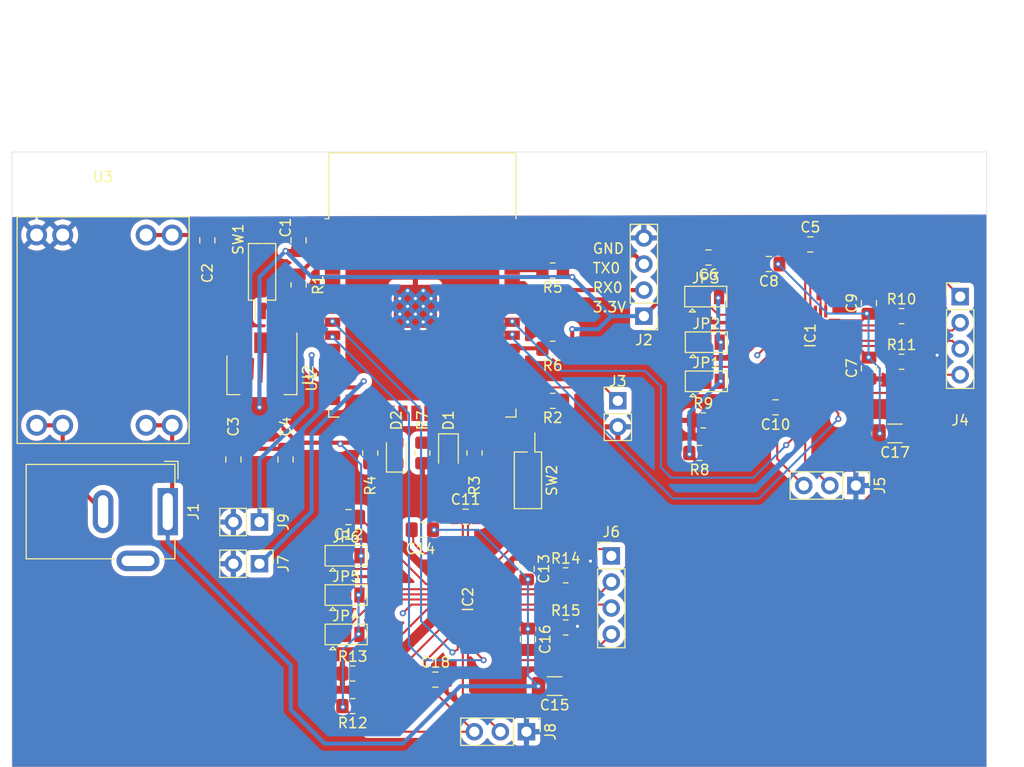
<source format=kicad_pcb>
(kicad_pcb (version 20221018) (generator pcbnew)
  (layers (0 "F.Cu" signal) (31 "B.Cu" signal) (34 "B.Paste" user) (35 "F.Paste" user) (36 "B.SilkS" user "B.Silkscreen") (37 "F.SilkS" user "F.Silkscreen") (38 "B.Mask" user) (39 "F.Mask" user) (44 "Edge.Cuts" user))
  (net 0 "")
  (net 1 "+3.3V")
  (net 2 "GND")
  (net 3 "VDD")
  (net 4 "Net-(D1-K)")
  (net 5 "GPIO2")
  (net 6 "Net-(D2-A)")
  (net 7 "RX0")
  (net 8 "TX0")
  (net 9 "Net-(IC2-CP2)")
  (net 10 "GPIO0")
  (net 11 "GPIO5")
  (net 12 "Net-(IC2-CP1)")
  (net 13 "Net-(IC2-VREG)")
  (net 14 "Net-(IC2-VCP)")
  (net 15 "MS1_1")
  (net 16 "A4")
  (net 17 "A5")
  (net 18 "A8")
  (net 19 "A9")
  (net 20 "GPIO27")
  (net 21 "GPIO14")
  (net 22 "GPIO12")
  (net 23 "GPIO13")
  (net 30 "GPIO15")
  (net 31 "GPIO4")
  (net 32 "RX2")
  (net 33 "TX2")
  (net 34 "GPIO18")
  (net 35 "GPIO19")
  (net 37 "GPIO21")
  (net 38 "GPIO22")
  (net 39 "GPIO23")
  (net 40 "Net-(IC1-OUT2B)")
  (net 41 "Net-(IC1-CP1)")
  (net 42 "Net-(IC1-CP2)")
  (net 43 "Net-(IC1-VCP)")
  (net 45 "Net-(IC1-VREG)")
  (net 46 "MS2_1")
  (net 47 "MS3_1")
  (net 48 "Net-(IC2-OUT2B)")
  (net 49 "!RESET")
  (net 50 "Net-(IC1-ROSC)")
  (net 51 "!SLEEP")
  (net 52 "REF1")
  (net 54 "Net-(IC1-OUT1B)")
  (net 55 "Vmot")
  (net 56 "Net-(IC1-SENSE1)")
  (net 57 "Net-(IC1-OUT1A)")
  (net 59 "Net-(IC1-OUT2A)")
  (net 60 "Net-(IC1-SENSE2)")
  (net 63 "Net-(IC2-ROSC)")
  (net 65 "Net-(IC2-OUT1B)")
  (net 66 "Net-(IC2-SENSE1)")
  (net 67 "Net-(IC2-OUT1A)")
  (net 69 "Net-(IC2-OUT2A)")
  (net 70 "Net-(IC2-SENSE2)")
  (net 72 "Net-(J1-Pad2)")
  (net 73 "REF2")
  (net 74 "/ESP32/EN")
  (net 79 "MS1_2")
  (net 80 "MS2_2")
  (net 81 "MS3_2")
  (footprint "Resistor_SMD:R_0805_2012Metric_Pad1.20x1.40mm_HandSolder" (layer "F.Cu") (at 139.065 87.493)
    (fp_text reference "R14")
    (fp_text value "50m")
  )
  (footprint "Resistor_SMD:R_0805_2012Metric_Pad1.20x1.40mm_HandSolder" (layer "F.Cu") (at 139.065 92.573)
    (fp_text reference "R15")
    (fp_text value "50m")
  )
  (footprint "Capacitor_SMD:C_0805_2012Metric_Pad1.18x1.45mm_HandSolder" (layer "F.Cu") (at 126.365 97.653)
    (fp_text reference "C18")
    (fp_text value "0.22uF")
  )
  (footprint "RF_Module:ESP32-WROOM-32" (layer "F.Cu") (at 125.095 62.185)
    (fp_text reference "U1")
    (fp_text value "ESP32-WROOM-32")
  )
  (footprint "Jumper:SolderJumper-3_P1.3mm_Open_Pad1.0x1.5mm" (layer "F.Cu") (at 152.7725 64.77)
    (fp_text reference "JP2")
    (fp_text value "MS2y")
  )
  (footprint "Resistor_SMD:R_0805_2012Metric_Pad1.20x1.40mm_HandSolder" (layer "F.Cu") (at 118.3 100.233 180)
    (fp_text reference "R12")
    (fp_text value "100K")
  )
  (footprint "Capacitor_SMD:C_0805_2012Metric_Pad1.18x1.45mm_HandSolder" (layer "F.Cu") (at 104.14 54.8425 90)
    (fp_text reference "C2")
    (fp_text value "10uF")
  )
  (footprint "Capacitor_SMD:C_0805_2012Metric_Pad1.18x1.45mm_HandSolder" (layer "F.Cu") (at 125.095 83.048 180)
    (fp_text reference "C14")
    (fp_text value "0.1 uF")
  )
  (footprint "Connector_PinHeader_2.54mm:PinHeader_1x03_P2.54mm_Vertical" (layer "F.Cu") (at 135.24 102.733 -90)
    (fp_text reference "J8")
    (fp_text value "POTx")
  )
  (footprint "Jumper:SolderJumper-3_P1.3mm_Open_Pad1.0x1.5mm" (layer "F.Cu") (at 117.665 85.578)
    (fp_text reference "JP6")
    (fp_text value "MS1x")
  )
  (footprint "Package_TO_SOT_SMD:SOT-223-3_TabPin2" (layer "F.Cu") (at 109.46 67.97 -90)
    (fp_text reference "U2")
    (fp_text value "AMS1117-3.3")
  )
  (footprint "Library:U1584" (layer "F.Cu") (at 94.107 52.546)
    (fp_text reference "U3")
    (fp_text value "MP1584")
  )
  (footprint "Button_Switch_SMD:SW_DIP_SPSTx01_Slide_Copal_CHS-01B_W7.62mm_P1.27mm" (layer "F.Cu") (at 135.382 78.232 -90)
    (fp_text reference "SW2")
    (fp_text value "FLASH")
  )
  (footprint "Capacitor_SMD:C_0805_2012Metric_Pad1.18x1.45mm_HandSolder" (layer "F.Cu") (at 168.6175 60.96 90)
    (fp_text reference "C9")
    (fp_text value "100nF")
  )
  (footprint "Resistor_SMD:R_0805_2012Metric_Pad1.20x1.40mm_HandSolder" (layer "F.Cu") (at 113.03 59.182 90)
    (fp_text reference "R1")
    (fp_text value "10K")
  )
  (footprint "Jumper:SolderJumper-3_P1.3mm_Open_Pad1.0x1.5mm" (layer "F.Cu") (at 117.665 89.413)
    (fp_text reference "JP5")
    (fp_text value "MS2x")
  )
  (footprint "Connector_PinHeader_2.54mm:PinHeader_1x04_P2.54mm_Vertical" (layer "F.Cu") (at 146.685 62.23 180)
    (fp_text reference "J2")
    (fp_text value "Conn_01x04_Pin")
  )
  (footprint "Jumper:SolderJumper-3_P1.3mm_Open_Pad1.0x1.5mm" (layer "F.Cu") (at 152.7725 68.58)
    (fp_text reference "JP1")
    (fp_text value "MS3y")
  )
  (footprint "Jumper:SolderJumper-3_P1.3mm_Open_Pad1.0x1.5mm" (layer "F.Cu") (at 117.665 93.248)
    (fp_text reference "JP4")
    (fp_text value "MS3x")
  )
  (footprint "Resistor_SMD:R_0805_2012Metric_Pad1.20x1.40mm_HandSolder" (layer "F.Cu") (at 171.7925 66.675)
    (fp_text reference "R11")
    (fp_text value "50m")
  )
  (footprint "Button_Switch_SMD:SW_DIP_SPSTx01_Slide_Copal_CHS-01B_W7.62mm_P1.27mm" (layer "F.Cu") (at 109.474 57.912 90)
    (fp_text reference "SW1")
    (fp_text value "EN")
  )
  (footprint "Resistor_SMD:R_0805_2012Metric_Pad1.20x1.40mm_HandSolder" (layer "F.Cu") (at 137.795 70.485 180)
    (fp_text reference "R2")
    (fp_text value "10K")
  )
  (footprint "Resistor_SMD:R_0805_2012Metric_Pad1.20x1.40mm_HandSolder" (layer "F.Cu") (at 137.795 57.785 180)
    (fp_text reference "R5")
    (fp_text value "10K")
  )
  (footprint "Resistor_SMD:R_0805_2012Metric_Pad1.20x1.40mm_HandSolder" (layer "F.Cu") (at 171.7925 62.23)
    (fp_text reference "R10")
    (fp_text value "50m")
  )
  (footprint "Connector_PinHeader_2.54mm:PinHeader_1x02_P2.54mm_Vertical" (layer "F.Cu") (at 109.22 86.36 -90)
    (fp_text reference "J7")
    (fp_text value "Switchx")
  )
  (footprint "Resistor_SMD:R_0805_2012Metric_Pad1.20x1.40mm_HandSolder" (layer "F.Cu") (at 152.1075 75.565 180)
    (fp_text reference "R8")
    (fp_text value "100K")
  )
  (footprint "Capacitor_SMD:C_0805_2012Metric_Pad1.18x1.45mm_HandSolder" (layer "F.Cu") (at 159.515 71.12 180)
    (fp_text reference "C10")
    (fp_text value "0.22uF")
  )
  (footprint "Resistor_SMD:R_0805_2012Metric_Pad1.20x1.40mm_HandSolder" (layer "F.Cu") (at 130.175 75.565 90)
    (fp_text reference "R3")
    (fp_text value "10K")
  )
  (footprint "Connector_PinHeader_2.54mm:PinHeader_1x04_P2.54mm_Vertical" (layer "F.Cu") (at 143.51 85.598)
    (fp_text reference "J6")
    (fp_text value "Conn_01x04_Pin")
  )
  (footprint "Resistor_SMD:R_0805_2012Metric_Pad1.20x1.40mm_HandSolder" (layer "F.Cu") (at 137.795 65.405 180)
    (fp_text reference "R6")
    (fp_text value "10K")
  )
  (footprint "Connector_PinHeader_2.54mm:PinHeader_1x02_P2.54mm_Vertical" (layer "F.Cu") (at 144.145 70.48)
    (fp_text reference "J3")
    (fp_text value "Switchy")
  )
  (footprint "Jumper:SolderJumper-3_P1.3mm_Open_Pad1.0x1.5mm" (layer "F.Cu") (at 152.7125 60.325)
    (fp_text reference "JP3")
    (fp_text value "MS1y")
  )
  (footprint "Capacitor_SMD:C_0805_2012Metric_Pad1.18x1.45mm_HandSolder" (layer "F.Cu") (at 129.3075 81.778)
    (fp_text reference "C11")
    (fp_text value "0.1u")
  )
  (footprint "Capacitor_SMD:C_0805_2012Metric_Pad1.18x1.45mm_HandSolder" (layer "F.Cu") (at 117.8925 81.818 180)
    (fp_text reference "C12")
    (fp_text value "0.22uF")
  )
  (footprint "Capacitor_SMD:C_0805_2012Metric_Pad1.18x1.45mm_HandSolder" (layer "F.Cu") (at 135.382 93.726 -90)
    (fp_text reference "C16")
    (fp_text value "100nF")
  )
  (footprint "Resistor_SMD:R_0805_2012Metric_Pad1.20x1.40mm_HandSolder" (layer "F.Cu") (at 125.095 75.565 -90)
    (fp_text reference "R7")
    (fp_text value "1K")
  )
  (footprint "Capacitor_SMD:C_0805_2012Metric_Pad1.18x1.45mm_HandSolder" (layer "F.Cu") (at 113.03 54.8425 90)
    (fp_text reference "C1")
    (fp_text value "100uF/6.3V")
  )
  (footprint "Resistor_SMD:R_0805_2012Metric_Pad1.20x1.40mm_HandSolder" (layer "F.Cu") (at 120.015 75.565 -90)
    (fp_text reference "R4")
    (fp_text value "1K")
  )
  (footprint "A4988:QFN50P500X500X100-29N" (layer "F.Cu") (at 162.9025 64.135 -90)
    (fp_text reference "IC1")
    (fp_text value "A4988SETTR-T")
  )
  (footprint "Capacitor_SMD:C_1206_3216Metric_Pad1.33x1.80mm_HandSolder" (layer "F.Cu") (at 171.1575 73.66 180)
    (fp_text reference "C17")
    (fp_text value "4.7uF")
  )
  (footprint "Connector_PinHeader_2.54mm:PinHeader_1x02_P2.54mm_Vertical" (layer "F.Cu") (at 109.22 82.296 -90)
    (fp_text reference "J9")
    (fp_text value "Switch_einde")
  )
  (footprint "A4988:QFN50P500X500X100-29N" (layer "F.Cu") (at 129.54 89.843 -90)
    (fp_text reference "IC2")
    (fp_text value "A4988SETTR-T")
  )
  (footprint "Connector_PinHeader_2.54mm:PinHeader_1x03_P2.54mm_Vertical" (layer "F.Cu") (at 167.3475 78.74 -90)
    (fp_text reference "J5")
    (fp_text value "POTy")
  )
  (footprint "Resistor_SMD:R_0805_2012Metric_Pad1.20x1.40mm_HandSolder" (layer "F.Cu") (at 118.3 97.058)
    (fp_text reference "R13")
    (fp_text value "25K")
  )
  (footprint "Capacitor_SMD:C_0805_2012Metric_Pad1.18x1.45mm_HandSolder" (layer "F.Cu") (at 158.86 57.15 180)
    (fp_text reference "C8")
    (fp_text value "0.1 uF")
  )
  (footprint "Capacitor_SMD:C_0805_2012Metric_Pad1.18x1.45mm_HandSolder" (layer "F.Cu") (at 152.975 56.515 180)
    (fp_text reference "C6")
    (fp_text value "0.22uF")
  )
  (footprint "Capacitor_SMD:C_0805_2012Metric_Pad1.18x1.45mm_HandSolder" (layer "F.Cu") (at 168.6175 67.31 90)
    (fp_text reference "C7")
    (fp_text value "100nF")
  )
  (footprint "LED_SMD:LED_0805_2012Metric_Pad1.15x1.40mm_HandSolder" (layer "F.Cu") (at 122.555 75.565 90)
    (fp_text reference "D2")
    (fp_text value "PWR")
  )
  (footprint "Capacitor_SMD:C_0805_2012Metric_Pad1.18x1.45mm_HandSolder" (layer "F.Cu") (at 162.9025 55.245)
    (fp_text reference "C5")
    (fp_text value "0.1u")
  )
  (footprint "Capacitor_SMD:C_1206_3216Metric_Pad1.33x1.80mm_HandSolder" (layer "F.Cu") (at 137.985 98.288 180)
    (fp_text reference "C15")
    (fp_text value "4.7uF")
  )
  (footprint "Connector_BarrelJack:BarrelJack_GCT_DCJ200-10-A_Horizontal" (layer "F.Cu") (at 100.28 81.28 -90)
    (fp_text reference "J1")
    (fp_text value "Barrel_Jack")
  )
  (footprint "Capacitor_SMD:C_0805_2012Metric_Pad1.18x1.45mm_HandSolder" (layer "F.Cu") (at 111.76 76.2 -90)
    (fp_text reference "C4")
    (fp_text value "10uF")
  )
  (footprint "Capacitor_SMD:C_0805_2012Metric_Pad1.18x1.45mm_HandSolder" (layer "F.Cu") (at 135.255 86.858 -90)
    (fp_text reference "C13")
    (fp_text value "100nF")
  )
  (footprint "LED_SMD:LED_0805_2012Metric_Pad1.15x1.40mm_HandSolder" (layer "F.Cu") (at 127.635 75.565 -90)
    (fp_text reference "D1")
    (fp_text value "BLUE")
  )
  (footprint "Connector_PinHeader_2.54mm:PinHeader_1x04_P2.54mm_Vertical" (layer "F.Cu") (at 177.5075 60.325)
    (fp_text reference "J4")
    (fp_text value "Conn_01x04_Pin")
  )
  (footprint "Resistor_SMD:R_0805_2012Metric_Pad1.20x1.40mm_HandSolder" (layer "F.Cu") (at 152.4725 72.39)
    (fp_text reference "R9")
    (fp_text value "25K")
  )
  (footprint "Capacitor_SMD:C_0805_2012Metric_Pad1.18x1.45mm_HandSolder" (layer "F.Cu") (at 106.68 76.2 90)
    (fp_text reference "C3")
    (fp_text value "100nF")
  )
  (gr_rect (start 85.09 46.228) (end 180.086 106.172) (stroke (width 0.05)) (fill none) (layer "Edge.Cuts"))
  (gr_text "TX0" (at 141.605 58.135) (layer "F.SilkS") (effects (font (size 1 1)) (justify left bottom)))
  (gr_text "GND" (at 141.605 56.23) (layer "F.SilkS") (effects (font (size 1 1)) (justify left bottom)))
  (gr_text "RX0" (at 141.605 60.04) (layer "F.SilkS") (effects (font (size 1 1)) (justify left bottom)))
  (gr_text "3.3V" (at 141.605 61.945) (layer "F.SilkS") (effects (font (size 1 1)) (justify left bottom)))
  (segment (start 117.094 74.676) (end 116.983 74.565) (width 0.4) (layer "F.Cu") (net 1))
  (segment (start 109.46 64.57) (end 113.03 61) (width 0.4) (layer "F.Cu") (net 1))
  (segment (start 109.46 71.12) (end 112.905 74.565) (width 0.4) (layer "F.Cu") (net 1))
  (segment (start 128.04 93.194) (end 128.04 92.193) (width 0.2) (layer "F.Cu") (net 1))
  (segment (start 153.924 60.452) (end 153.924 60.4135) (width 0.4) (layer "F.Cu") (net 1))
  (segment (start 152.103 76.665) (end 155.0075 76.665) (width 0.4) (layer "F.Cu") (net 1))
  (segment (start 151.13 75.692) (end 152.103 76.665) (width 0.4) (layer "F.Cu") (net 1))
  (segment (start 139.43 58.42) (end 138.795 57.785) (width 0.4) (layer "F.Cu") (net 1))
  (segment (start 117.205 74.565) (end 117.094 74.676) (width 0.4) (layer "F.Cu") (net 1))
  (segment (start 120.015 74.565) (end 117.205 74.565) (width 0.4) (layer "F.Cu") (net 1))
  (segment (start 111.76 55.88) (end 113.03 55.88) (width 0.4) (layer "F.Cu") (net 1))
  (segment (start 113.705 55.205) (end 116.345 55.205) (width 0.4) (layer "F.Cu") (net 1))
  (segment (start 119.8 102.733) (end 130.16 102.733) (width 0.2) (layer "F.Cu") (net 1))
  (segment (start 112.3575 74.565) (end 111.76 75.1625) (width 0.4) (layer "F.Cu") (net 1))
  (segment (start 149.74 59.175) (end 153.409 59.175) (width 0.4) (layer "F.Cu") (net 1))
  (segment (start 113.03 61) (end 113.03 60.182) (width 0.4) (layer "F.Cu") (net 1))
  (segment (start 159.6775 76.15) (end 162.2675 78.74) (width 0.2) (layer "F.Cu") (net 1))
  (segment (start 159.6775 71.995) (end 159.6775 76.15) (width 0.2) (layer "F.Cu") (net 1))
  (segment (start 117.3 100.233) (end 119.8 102.733) (width 0.2) (layer "F.Cu") (net 1))
  (segment (start 109.46 64.82) (end 109.316762 68.58) (width 0.4) (layer "F.Cu") (net 1))
  (segment (start 109.22 71.12) (end 109.22 68.676762) (width 0.4) (layer "F.Cu") (net 1))
  (segment (start 112.905 74.565) (end 114.3 74.565) (width 0.4) (layer "F.Cu") (net 1))
  (segment (start 114.3 74.565) (end 112.3575 74.565) (width 0.4) (layer "F.Cu") (net 1))
  (segment (start 139.7 63.5) (end 139.7 64.5) (width 0.4) (layer "F.Cu") (net 1))
  (segment (start 109.46 64.82) (end 109.46 64.57) (width 0.4) (layer "F.Cu") (net 1))
  (segment (start 153.924 59.69) (end 153.924 60.452) (width 0.4) (layer "F.Cu") (net 1))
  (segment (start 109.22 68.676762) (end 109.316762 68.58) (width 0.4) (layer "F.Cu") (net 1))
  (segment (start 125.3275 97.653) (end 125.3275 97.9005) (width 0.2) (layer "F.Cu") (net 1))
  (segment (start 146.685 62.23) (end 149.74 59.175) (width 0.4) (layer "F.Cu") (net 1))
  (segment (start 160.5525 71.12) (end 159.6775 71.995) (width 0.2) (layer "F.Cu") (net 1))
  (segment (start 109.22 71.12) (end 109.46 71.12) (width 0.4) (layer "F.Cu") (net 1))
  (segment (start 139.7 64.5) (end 138.795 65.405) (width 0.4) (layer "F.Cu") (net 1))
  (segment (start 155.0075 76.665) (end 160.5525 71.12) (width 0.4) (layer "F.Cu") (net 1))
  (segment (start 111.76 75.1625) (end 106.68 75.1625) (width 0.4) (layer "F.Cu") (net 1))
  (segment (start 125.3275 97.653) (end 125.3275 95.9065) (width 0.2) (layer "F.Cu") (net 1))
  (segment (start 153.409 59.175) (end 153.924 59.69) (width 0.4) (layer "F.Cu") (net 1))
  (segment (start 139.7 58.42) (end 139.43 58.42) (width 0.4) (layer "F.Cu") (net 1))
  (segment (start 125.3275 97.9005) (end 130.16 102.733) (width 0.2) (layer "F.Cu") (net 1))
  (segment (start 125.3275 95.9065) (end 128.04 93.194) (width 0.2) (layer "F.Cu") (net 1))
  (segment (start 113.03 55.88) (end 113.705 55.205) (width 0.4) (layer "F.Cu") (net 1))
  (segment (start 160.5525 67.335) (end 160.5525 71.12) (width 0.2) (layer "F.Cu") (net 1))
  (segment (start 161.4025 66.485) (end 160.5525 67.335) (width 0.2) (layer "F.Cu") (net 1))
  (segment (start 116.983 74.565) (end 114.3 74.565) (width 0.4) (layer "F.Cu") (net 1))
  (segment (start 153.924 60.4135) (end 154.0125 60.325) (width 0.4) (layer "F.Cu") (net 1))
  (via (at 117.094 74.676) (size 0.6) (drill 0.3) (layers "F.Cu" "B.Cu") (net 1))
  (via (at 151.13 75.692) (size 0.6) (drill 0.3) (layers "F.Cu" "B.Cu") (net 1))
  (via (at 118.872 89.408) (size 0.6) (drill 0.3) (layers "F.Cu" "B.Cu") (net 1))
  (via (at 153.924 60.452) (size 0.6) (drill 0.3) (layers "F.Cu" "B.Cu") (net 1))
  (via (at 139.7 63.5) (size 0.6) (drill 0.3) (layers "F.Cu" "B.Cu") (net 1))
  (via (at 117.348 100.33) (size 0.6) (drill 0.3) (layers "F.Cu" "B.Cu") (net 1))
  (via (at 118.872 93.218) (size 0.6) (drill 0.3) (layers "F.Cu" "B.Cu") (net 1))
  (via (at 154.178 68.58) (size 0.6) (drill 0.3) (layers "F.Cu" "B.Cu") (net 1))
  (via (at 119.126 85.598) (size 0.6) (drill 0.3) (layers "F.Cu" "B.Cu") (net 1))
  (via (at 139.7 58.42) (size 0.6) (drill 0.3) (layers "F.Cu" "B.Cu") (net 1))
  (via (at 109.22 71.12) (size 0.6) (drill 0.3) (layers "F.Cu" "B.Cu") (net 1))
  (via (at 111.76 55.88) (size 0.6) (drill 0.3) (layers "F.Cu" "B.Cu") (net 1))
  (via (at 154.178 64.77) (size 0.6) (drill 0.3) (layers "F.Cu" "B.Cu") (net 1))
  (segment (start 139.7 58.42) (end 143.51 62.23) (width 0.4) (layer "B.Cu") (net 1))
  (segment (start 143.51 62.23) (end 146.685 62.23) (width 0.4) (layer "B.Cu") (net 1))
  (segment (start 151.13 71.628) (end 151.13 75.692) (width 0.4) (layer "B.Cu") (net 1))
  (segment (start 153.924 60.452) (end 153.924 64.516) (width 0.4) (layer "B.Cu") (net 1))
  (segment (start 117.348 94.742) (end 117.348 100.33) (width 0.2) (layer "B.Cu") (net 1))
  (segment (start 142.24 63.5) (end 139.7 63.5) (width 0.4) (layer "B.Cu") (net 1))
  (segment (start 153.924 64.516) (end 154.178 64.77) (width 0.4) (layer "B.Cu") (net 1))
  (segment (start 119.126 89.154) (end 118.872 89.408) (width 0.2) (layer "B.Cu") (net 1))
  (segment (start 114.3 58.42) (end 111.76 55.88) (width 0.4) (layer "B.Cu") (net 1))
  (segment (start 143.51 62.23) (end 142.24 63.5) (width 0.4) (layer "B.Cu") (net 1))
  (segment (start 118.872 89.408) (end 118.872 93.218) (width 0.2) (layer "B.Cu") (net 1))
  (segment (start 111.76 55.88) (end 109.22 58.42) (width 0.4) (layer "B.Cu") (net 1))
  (segment (start 119.126 76.708) (end 117.094 74.676) (width 0.2) (layer "B.Cu") (net 1))
  (segment (start 139.7 58.42) (end 114.3 58.42) (width 0.4) (layer "B.Cu") (net 1))
  (segment (start 154.178 68.58) (end 151.13 71.628) (width 0.4) (layer "B.Cu") (net 1))
  (segment (start 119.126 85.598) (end 119.126 89.154) (width 0.2) (layer "B.Cu") (net 1))
  (segment (start 154.178 64.77) (end 154.178 68.58) (width 0.4) (layer "B.Cu") (net 1))
  (segment (start 119.126 85.598) (end 119.126 76.708) (width 0.2) (layer "B.Cu") (net 1))
  (segment (start 118.872 93.218) (end 117.348 94.742) (width 0.2) (layer "B.Cu") (net 1))
  (segment (start 109.22 58.42) (end 109.22 71.12) (width 0.4) (layer "B.Cu") (net 1))
  (segment (start 162.9025 69.3674) (end 162.9025 71.3101) (width 0.2) (layer "F.Cu") (net 2))
  (segment (start 163.9025 58.745) (end 165.6325 57.015) (width 0.2) (layer "F.Cu") (net 2))
  (segment (start 129.54 92.193) (end 129.54 97.282) (width 0.2) (layer "F.Cu") (net 2))
  (segment (start 162.9025 71.3101) (end 163.6776 72.0852) (width 0.2) (layer "F.Cu") (net 2))
  (segment (start 162.9025 66.485) (end 162.9025 69.3674) (width 0.2) (layer "F.Cu") (net 2))
  (segment (start 129.54 97.282) (end 130.048 97.79) (width 0.2) (layer "F.Cu") (net 2))
  (segment (start 130.04 86.622) (end 130.54 86.122) (width 0.2) (layer "F.Cu") (net 2))
  (segment (start 163.9025 61.785) (end 163.9025 58.745) (width 0.2) (layer "F.Cu") (net 2))
  (segment (start 130.54 86.122) (end 130.54 87.493) (width 0.2) (layer "F.Cu") (net 2))
  (segment (start 130.04 87.493) (end 130.04 86.622) (width 0.2) (layer "F.Cu") (net 2))
  (via (at 140.208 92.456) (size 0.6) (drill 0.3) (layers "F.Cu" "B.Cu") (net 2))
  (via (at 175.26 66.04) (size 0.6) (drill 0.3) (layers "F.Cu" "B.Cu") (net 2))
  (via (at 141.478 86.106) (size 0.6) (drill 0.3) (layers "F.Cu" "B.Cu") (net 2))
  (segment (start 104.14 55.88) (end 107.16 58.9) (width 0.4) (layer "F.Cu") (net 3))
  (segment (start 107.16 58.9) (end 107.16 64.82) (width 0.4) (layer "F.Cu") (net 3))
  (segment (start 100.711 54.324) (end 102.584 54.324) (width 0.4) (layer "F.Cu") (net 3))
  (segment (start 102.584 54.324) (end 104.14 55.88) (width 0.4) (layer "F.Cu") (net 3))
  (segment (start 98.171 54.324) (end 100.711 54.324) (width 0.4) (layer "F.Cu") (net 3))
  (segment (start 125.095 74.565) (end 127.61 74.565) (width 0.4) (layer "F.Cu") (net 4))
  (segment (start 127.61 74.565) (end 127.635 74.54) (width 0.4) (layer "F.Cu") (net 4))
  (segment (start 129.66 74.565) (end 127.635 76.59) (width 0.4) (layer "F.Cu") (net 5))
  (segment (start 130.815 73.925) (end 130.815 71.695) (width 0.4) (layer "F.Cu") (net 5))
  (segment (start 130.175 74.565) (end 130.815 73.925) (width 0.4) (layer "F.Cu") (net 5))
  (segment (start 130.175 74.565) (end 129.66 74.565) (width 0.4) (layer "F.Cu") (net 5))
  (segment (start 122.04 74.54) (end 120.015 76.565) (width 0.4) (layer "F.Cu") (net 6))
  (segment (start 122.555 74.54) (end 122.04 74.54) (width 0.4) (layer "F.Cu") (net 6))
  (segment (start 135.67 59.69) (end 134.995 59.015) (width 0.4) (layer "F.Cu") (net 7))
  (segment (start 146.685 59.69) (end 135.67 59.69) (width 0.4) (layer "F.Cu") (net 7))
  (segment (start 134.995 59.015) (end 133.845 59.015) (width 0.4) (layer "F.Cu") (net 7))
  (segment (start 133.845 57.745) (end 136.755 57.745) (width 0.4) (layer "F.Cu") (net 8))
  (segment (start 145.835 56.3) (end 146.685 57.15) (width 0.4) (layer "F.Cu") (net 8))
  (segment (start 136.755 57.745) (end 136.795 57.785) (width 0.4) (layer "F.Cu") (net 8))
  (segment (start 138.28 56.3) (end 145.835 56.3) (width 0.4) (layer "F.Cu") (net 8))
  (segment (start 136.795 57.785) (end 138.28 56.3) (width 0.4) (layer "F.Cu") (net 8))
  (segment (start 129.04 87.493) (end 129.04 82.548) (width 0.2) (layer "F.Cu") (net 9))
  (segment (start 129.04 82.548) (end 128.27 81.778) (width 0.2) (layer "F.Cu") (net 9))
  (segment (start 135.382 71.982) (end 133.845 70.445) (width 0.2) (layer "F.Cu") (net 10))
  (segment (start 134.885 71.485) (end 135.795 71.485) (width 0.2) (layer "F.Cu") (net 10))
  (segment (start 133.845 70.445) (end 134.885 71.485) (width 0.2) (layer "F.Cu") (net 10))
  (segment (start 135.795 71.485) (end 136.795 70.485) (width 0.2) (layer "F.Cu") (net 10))
  (segment (start 135.382 74.422) (end 135.382 71.982) (width 0.2) (layer "F.Cu") (net 10))
  (segment (start 133.845 65.365) (end 136.755 65.365) (width 0.4) (layer "F.Cu") (net 11))
  (segment (start 136.755 65.365) (end 136.795 65.405) (width 0.4) (layer "F.Cu") (net 11))
  (segment (start 129.54 87.493) (end 129.54 82.583) (width 0.2) (layer "F.Cu") (net 12))
  (segment (start 129.54 82.583) (end 130.345 81.778) (width 0.2) (layer "F.Cu") (net 12))
  (segment (start 125.455 88.343) (end 118.93 81.818) (width 0.2) (layer "F.Cu") (net 13))
  (segment (start 127.19 88.343) (end 125.455 88.343) (width 0.2) (layer "F.Cu") (net 13))
  (segment (start 128.54 87.493) (end 128.54 86.668) (width 0.2) (layer "F.Cu") (net 14))
  (segment (start 124.206 83.1965) (end 124.0575 83.048) (width 0.2) (layer "F.Cu") (net 14))
  (segment (start 128.54 86.668) (end 127.216 85.344) (width 0.2) (layer "F.Cu") (net 14))
  (segment (start 127.216 85.344) (end 125.222 85.344) (width 0.2) (layer "F.Cu") (net 14))
  (segment (start 125.222 85.344) (end 124.206 84.328) (width 0.2) (layer "F.Cu") (net 14))
  (segment (start 124.206 84.328) (end 124.206 83.1965) (width 0.2) (layer "F.Cu") (net 14))
  (segment (start 158.0125 62.095) (end 153.9325 62.095) (width 0.2) (layer "F.Cu") (net 15))
  (segment (start 160.5525 63.135) (end 159.0525 63.135) (width 0.2) (layer "F.Cu") (net 15))
  (segment (start 159.0525 63.135) (end 158.0125 62.095) (width 0.2) (layer "F.Cu") (net 15))
  (segment (start 153.9325 62.095) (end 152.7125 60.875) (width 0.2) (layer "F.Cu") (net 15))
  (segment (start 152.7125 60.875) (end 152.7125 60.325) (width 0.2) (layer "F.Cu") (net 15))
  (segment (start 128.54 92.193) (end 128.54 94.726) (width 0.2) (layer "F.Cu") (net 16))
  (segment (start 128.54 94.726) (end 128.016 94.996) (width 0.2) (layer "F.Cu") (net 16))
  (via (at 116.332 62.738) (size 0.6) (drill 0.3) (layers "F.Cu" "B.Cu") (net 16))
  (via (at 128.016 94.996) (size 0.6) (drill 0.3) (layers "F.Cu" "B.Cu") (net 16))
  (segment (start 124.968 71.374) (end 116.332 62.738) (width 0.2) (layer "B.Cu") (net 16))
  (segment (start 124.968 91.948) (end 124.968 71.374) (width 0.2) (layer "B.Cu") (net 16))
  (segment (start 128.016 94.996) (end 124.968 91.948) (width 0.2) (layer "B.Cu") (net 16))
  (segment (start 130.04 92.193) (end 130.04 94.734) (width 0.2) (layer "F.Cu") (net 17))
  (segment (start 130.04 94.734) (end 131.064 95.758) (width 0.2) (layer "F.Cu") (net 17))
  (via (at 116.332 64.262) (size 0.6) (drill 0.3) (layers "F.Cu" "B.Cu") (net 17))
  (via (at 131.064 95.758) (size 0.6) (drill 0.3) (layers "F.Cu" "B.Cu") (net 17))
  (segment (start 125.222 95.758) (end 123.79 94.326) (width 0.2) (layer "B.Cu") (net 17))
  (segment (start 123.79 94.326) (end 123.79 71.72) (width 0.2) (layer "B.Cu") (net 17))
  (segment (start 131.064 95.758) (end 125.222 95.758) (width 0.2) (layer "B.Cu") (net 17))
  (segment (start 123.79 71.72) (end 116.332 64.262) (width 0.2) (layer "B.Cu") (net 17))
  (segment (start 114.3 67.23) (end 114.3 66.04) (width 0.4) (layer "F.Cu") (net 20))
  (segment (start 114.975 67.905) (end 114.3 67.23) (width 0.4) (layer "F.Cu") (net 20))
  (segment (start 116.345 67.905) (end 114.975 67.905) (width 0.4) (layer "F.Cu") (net 20))
  (via (at 114.3 66.04) (size 0.6) (drill 0.3) (layers "F.Cu" "B.Cu") (net 20))
  (segment (start 114.3 66.04) (end 114.3 71.12) (width 0.4) (layer "B.Cu") (net 20))
  (segment (start 114.3 71.12) (end 109.22 76.2) (width 0.4) (layer "B.Cu") (net 20))
  (segment (start 109.22 76.2) (end 109.22 82.296) (width 0.4) (layer "B.Cu") (net 20))
  (segment (start 116.345 69.175) (end 118.785 69.175) (width 0.4) (layer "F.Cu") (net 21))
  (segment (start 118.785 69.175) (end 119.38 68.58) (width 0.4) (layer "F.Cu") (net 21))
  (via (at 119.38 68.58) (size 0.6) (drill 0.3) (layers "F.Cu" "B.Cu") (net 21))
  (segment (start 114.3 81.28) (end 109.22 86.36) (width 0.4) (layer "B.Cu") (net 21))
  (segment (start 119.38 68.58) (end 114.3 73.66) (width 0.4) (layer "B.Cu") (net 21))
  (segment (start 114.3 73.66) (end 114.3 81.28) (width 0.4) (layer "B.Cu") (net 21))
  (segment (start 142.84 69.175) (end 144.145 70.48) (width 0.2) (layer "F.Cu") (net 31))
  (segment (start 133.845 69.175) (end 142.84 69.175) (width 0.2) (layer "F.Cu") (net 31))
  (segment (start 163.4025 66.485) (end 163.4025 69.459314) (width 0.2) (layer "F.Cu") (net 34))
  (segment (start 163.4025 69.459314) (end 165.6325 71.689314) (width 0.2) (layer "F.Cu") (net 34))
  (segment (start 165.6325 71.689314) (end 165.6325 72.255) (width 0.2) (layer "F.Cu") (net 34))
  (via (at 133.858 64.008) (size 0.6) (drill 0.3) (layers "F.Cu" "B.Cu") (net 34))
  (via (at 165.6325 72.255) (size 0.6) (drill 0.3) (layers "F.Cu" "B.Cu") (net 34))
  (segment (start 133.858 64.359346) (end 133.858 64.008) (width 0.2) (layer "B.Cu") (net 34))
  (segment (start 157.8775 80.01) (end 149.508654 80.01) (width 0.2) (layer "B.Cu") (net 34))
  (segment (start 165.6325 72.255) (end 157.8775 80.01) (width 0.2) (layer "B.Cu") (net 34))
  (segment (start 149.508654 80.01) (end 133.858 64.359346) (width 0.2) (layer "B.Cu") (net 34))
  (segment (start 161.9025 73.445) (end 160.5525 74.795) (width 0.2) (layer "F.Cu") (net 35))
  (segment (start 161.9025 66.485) (end 161.9025 73.445) (width 0.2) (layer "F.Cu") (net 35))
  (via (at 133.858 62.738) (size 0.6) (drill 0.3) (layers "F.Cu" "B.Cu") (net 35))
  (via (at 160.5525 74.795) (size 0.6) (drill 0.3) (layers "F.Cu" "B.Cu") (net 35))
  (segment (start 146.812 67.564) (end 148.336 69.088) (width 0.2) (layer "B.Cu") (net 35))
  (segment (start 148.336 69.088) (end 148.336 76.962) (width 0.2) (layer "B.Cu") (net 35))
  (segment (start 149.352 77.978) (end 157.3695 77.978) (width 0.2) (layer "B.Cu") (net 35))
  (segment (start 157.3695 77.978) (end 160.5525 74.795) (width 0.2) (layer "B.Cu") (net 35))
  (segment (start 148.336 76.962) (end 149.352 77.978) (width 0.2) (layer "B.Cu") (net 35))
  (segment (start 138.684 67.564) (end 146.812 67.564) (width 0.2) (layer "B.Cu") (net 35))
  (segment (start 133.858 62.738) (end 138.684 67.564) (width 0.2) (layer "B.Cu") (net 35))
  (segment (start 176.2175 59.035) (end 177.5075 60.325) (width 0.2) (layer "F.Cu") (net 40))
  (segment (start 166.1525 59.035) (end 176.2175 59.035) (width 0.2) (layer "F.Cu") (net 40))
  (segment (start 164.4025 60.785) (end 166.1525 59.035) (width 0.2) (layer "F.Cu") (net 40))
  (segment (start 164.4025 61.785) (end 164.4025 60.785) (width 0.2) (layer "F.Cu") (net 40))
  (segment (start 162.9025 56.2825) (end 162.9025 61.785) (width 0.2) (layer "F.Cu") (net 41))
  (segment (start 163.94 55.245) (end 162.9025 56.2825) (width 0.2) (layer "F.Cu") (net 41))
  (segment (start 162.4025 61.785) (end 162.4025 55.7825) (width 0.2) (layer "F.Cu") (net 42))
  (segment (start 162.4025 55.7825) (end 161.865 55.245) (width 0.2) (layer "F.Cu") (net 42))
  (segment (start 161.9025 60.96) (end 158.0925 57.15) (width 0.2) (layer "F.Cu") (net 43))
  (segment (start 158.0925 57.15) (end 157.8225 57.15) (width 0.2) (layer "F.Cu") (net 43))
  (segment (start 161.9025 61.785) (end 161.9025 60.96) (width 0.2) (layer "F.Cu") (net 43))
  (segment (start 154.4325 56.515) (end 154.0125 56.515) (width 0.2) (layer "F.Cu") (net 45))
  (segment (start 160.5525 62.635) (end 154.4325 56.515) (width 0.2) (layer "F.Cu") (net 45))
  (segment (start 160.5525 63.635) (end 153.3575 63.635) (width 0.2) (layer "F.Cu") (net 46))
  (segment (start 152.7725 64.22) (end 152.7725 64.77) (width 0.2) (layer "F.Cu") (net 46))
  (segment (start 153.3575 63.635) (end 152.7725 64.22) (width 0.2) (layer "F.Cu") (net 46))
  (segment (start 158.5125 64.135) (end 155.4725 67.175) (width 0.2) (layer "F.Cu") (net 47))
  (segment (start 160.5525 64.135) (end 158.5125 64.135) (width 0.2) (layer "F.Cu") (net 47))
  (segment (start 152.7725 67.63) (end 152.7725 68.58) (width 0.2) (layer "F.Cu") (net 47))
  (segment (start 153.2275 67.175) (end 152.7725 67.63) (width 0.2) (layer "F.Cu") (net 47))
  (segment (start 155.4725 67.175) (end 153.2275 67.175) (width 0.2) (layer "F.Cu") (net 47))
  (segment (start 142.845 84.933) (end 143.51 85.598) (width 0.2) (layer "F.Cu") (net 48))
  (segment (start 133.6 84.933) (end 142.845 84.933) (width 0.2) (layer "F.Cu") (net 48))
  (segment (start 131.04 87.493) (end 133.6 84.933) (width 0.2) (layer "F.Cu") (net 48))
  (segment (start 160.5525 64.635) (end 159.139 64.635) (width 0.2) (layer "F.Cu") (net 49))
  (segment (start 159.139 64.635) (end 157.734 66.04) (width 0.2) (layer "F.Cu") (net 49))
  (segment (start 127.19 90.343) (end 124.033 90.343) (width 0.2) (layer "F.Cu") (net 49))
  (segment (start 124.033 90.343) (end 123.19 91.186) (width 0.2) (layer "F.Cu") (net 49))
  (via (at 157.734 66.04) (size 0.6) (drill 0.3) (layers "F.Cu" "B.Cu") (net 49))
  (via (at 123.19 91.186) (size 0.6) (drill 0.3) (layers "F.Cu" "B.Cu") (net 49))
  (segment (start 153.4725 72.39) (end 153.4725 71.39) (width 0.2) (layer "F.Cu") (net 50))
  (segment (start 153.4725 71.39) (end 159.7275 65.135) (width 0.2) (layer "F.Cu") (net 50))
  (segment (start 159.7275 65.135) (end 160.5525 65.135) (width 0.2) (layer "F.Cu") (net 50))
  (segment (start 127.19 91.343) (end 127.19 92.343) (width 0.2) (layer "F.Cu") (net 51))
  (segment (start 157.59 68.5975) (end 157.59 71.0825) (width 0.2) (layer "F.Cu") (net 51))
  (segment (start 160.5525 65.635) (end 157.59 68.5975) (width 0.2) (layer "F.Cu") (net 51))
  (segment (start 127.19 92.343) (end 119.3 100.233) (width 0.2) (layer "F.Cu") (net 51))
  (segment (start 157.59 71.0825) (end 153.1075 75.565) (width 0.2) (layer "F.Cu") (net 51))
  (segment (start 162.4025 76.335) (end 164.8075 78.74) (width 0.2) (layer "F.Cu") (net 52))
  (segment (start 162.4025 66.485) (end 162.4025 76.335) (width 0.2) (layer "F.Cu") (net 52))
  (segment (start 167.6325 69.715) (end 173.2525 69.715) (width 0.2) (layer "F.Cu") (net 54))
  (segment (start 164.4025 66.485) (end 167.6325 69.715) (width 0.2) (layer "F.Cu") (net 54))
  (segment (start 175.0225 67.945) (end 177.5075 67.945) (width 0.2) (layer "F.Cu") (net 54))
  (segment (start 173.2525 69.715) (end 175.0225 67.945) (width 0.2) (layer "F.Cu") (net 54))
  (segment (start 165.2525 65.635) (end 167.98 65.635) (width 0.2) (layer "F.Cu") (net 55))
  (segment (start 135.382 92.6885) (end 135.382 92.71) (width 0.2) (layer "F.Cu") (net 55))
  (segment (start 169.672 73.66) (end 169.672 78.7155) (width 0.2) (layer "F.Cu") (net 55))
  (segment (start 168.5798 66.2348) (end 168.5798 66.2432) (width 0.2) (layer "F.Cu") (net 55))
  (segment (start 136.4225 98.8305) (end 136.4225 98.288) (width 0.2) (layer "F.Cu") (net 55))
  (segment (start 167.98 62.635) (end 168.402 62.213) (width 0.2) (layer "F.Cu") (net 55))
  (segment (start 168.5882 66.2432) (end 168.6175 66.2725) (width 0.2) (layer "F.Cu") (net 55))
  (segment (start 135.382 87.884) (end 135.255 87.8955) (width 0.2) (layer "F.Cu") (net 55))
  (segment (start 100.711 72.866) (end 100.711 80.849) (width 0.4) (layer "F.Cu") (net 55))
  (segment (start 168.639 61.976) (end 168.6175 61.9975) (width 0.2) (layer "F.Cu") (net 55))
  (segment (start 138.43 100.838) (end 136.4225 98.8305) (width 0.2) (layer "F.Cu") (net 55))
  (segment (start 169.672 78.7155) (end 147.5495 100.838) (width 0.2) (layer "F.Cu") (net 55))
  (segment (start 168.402 61.976) (end 168.639 61.976) (width 0.2) (layer "F.Cu") (net 55))
  (segment (start 134.0365 91.343) (end 135.382 92.6885) (width 0.2) (layer "F.Cu") (net 55))
  (segment (start 168.5798 66.2432) (end 168.5882 66.2432) (width 0.2) (layer "F.Cu") (net 55))
  (segment (start 167.98 65.635) (end 168.5798 66.2348) (width 0.2) (layer "F.Cu") (net 55))
  (segment (start 165.2525 62.635) (end 167.98 62.635) (width 0.2) (layer "F.Cu") (net 55))
  (segment (start 98.171 72.866) (end 100.711 72.866) (width 0.4) (layer "F.Cu") (net 55))
  (segment (start 135.382 92.71) (end 135.4035 92.71) (width 0.2) (layer "F.Cu") (net 55))
  (segment (start 131.89 88.343) (end 134.8075 88.343) (width 0.2) (layer "F.Cu") (net 55))
  (segment (start 131.89 91.343) (end 134.0365 91.343) (width 0.2) (layer "F.Cu") (net 55))
  (segment (start 135.4035 92.71) (end 135.382 92.6885) (width 0.2) (layer "F.Cu") (net 55))
  (segment (start 100.711 80.849) (end 100.28 81.28) (width 0.4) (layer "F.Cu") (net 55))
  (segment (start 147.5495 100.838) (end 138.43 100.838) (width 0.2) (layer "F.Cu") (net 55))
  (segment (start 168.402 62.213) (end 168.402 61.976) (width 0.2) (layer "F.Cu") (net 55))
  (segment (start 134.8075 88.343) (end 135.382 87.884) (width 0.2) (layer "F.Cu") (net 55))
  (via (at 136.398 98.298) (size 0.6) (drill 0.3) (layers "F.Cu" "B.Cu") (net 55))
  (via (at 168.402 61.976) (size 0.6) (drill 0.3) (layers "F.Cu" "B.Cu") (net 55))
  (via (at 159.766 57.15) (size 0.6) (drill 0.3) (layers "F.Cu" "B.Cu") (net 55))
  (via (at 169.672 73.66) (size 0.6) (drill 0.3) (layers "F.Cu" "B.Cu") (net 55))
  (via (at 168.5798 66.2432) (size 0.6) (drill 0.3) (layers "F.Cu" "B.Cu") (net 55))
  (via (at 126.238 83.058) (size 0.6) (drill 0.3) (layers "F.Cu" "B.Cu") (net 55))
  (via (at 135.382 87.884) (size 0.6) (drill 0.3) (layers "F.Cu" "B.Cu") (net 55))
  (via (at 135.382 92.71) (size 0.6) (drill 0.3) (layers "F.Cu" "B.Cu") (net 55))
  (segment (start 135.382 97.282) (end 135.382 92.71) (width 0.2) (layer "B.Cu") (net 55))
  (segment (start 128.778 98.298) (end 136.398 98.298) (width 0.4) (layer "B.Cu") (net 55))
  (segment (start 168.402 61.976) (end 168.5798 62.1538) (width 0.2) (layer "B.Cu") (net 55))
  (segment (start 135.382 92.71) (end 135.382 87.884) (width 0.2) (layer "B.Cu") (net 55))
  (segment (start 159.766 57.15) (end 164.592 61.976) (width 0.2) (layer "B.Cu") (net 55))
  (segment (start 169.672 67.3354) (end 169.672 73.66) (width 0.2) (layer "B.Cu") (net 55))
  (segment (start 112.268 100.584) (end 115.57 103.886) (width 0.4) (layer "B.Cu") (net 55))
  (segment (start 164.592 61.976) (end 168.402 61.976) (width 0.2) (layer "B.Cu") (net 55))
  (segment (start 112.268 96.23995) (end 112.268 100.584) (width 0.4) (layer "B.Cu") (net 55))
  (segment (start 126.238 83.058) (end 130.556 83.058) (width 0.2) (layer "B.Cu") (net 55))
  (segment (start 123.19 103.886) (end 128.778 98.298) (width 0.4) (layer "B.Cu") (net 55))
  (segment (start 100.28 84.25195) (end 112.268 96.23995) (width 0.4) (layer "B.Cu") (net 55))
  (segment (start 115.57 103.886) (end 123.19 103.886) (width 0.4) (layer "B.Cu") (net 55))
  (segment (start 168.5798 66.2432) (end 169.672 67.3354) (width 0.2) (layer "B.Cu") (net 55))
  (segment (start 136.398 98.298) (end 135.382 97.282) (width 0.2) (layer "B.Cu") (net 55))
  (segment (start 130.556 83.058) (end 135.382 87.884) (width 0.2) (layer "B.Cu") (net 55))
  (segment (start 168.5798 62.1538) (end 168.5798 66.2432) (width 0.2) (layer "B.Cu") (net 55))
  (segment (start 100.28 81.28) (end 100.28 84.25195) (width 0.4) (layer "B.Cu") (net 55))
  (segment (start 165.2525 65.135) (end 169.2525 65.135) (width 0.2) (layer "F.Cu") (net 56))
  (segment (start 169.2525 65.135) (end 170.7925 66.675) (width 0.2) (layer "F.Cu") (net 56))
  (segment (start 176.7375 64.635) (end 177.5075 65.405) (width 0.2) (layer "F.Cu") (net 57))
  (segment (start 165.2525 64.635) (end 176.7375 64.635) (width 0.2) (layer "F.Cu") (net 57))
  (segment (start 176.7375 63.635) (end 177.5075 62.865) (width 0.2) (layer "F.Cu") (net 59))
  (segment (start 165.2525 63.635) (end 176.7375 63.635) (width 0.2) (layer "F.Cu") (net 59))
  (segment (start 165.2525 63.135) (end 169.8875 63.135) (width 0.2) (layer "F.Cu") (net 60))
  (segment (start 169.8875 63.135) (end 170.7925 62.23) (width 0.2) (layer "F.Cu") (net 60))
  (segment (start 125.515 90.843) (end 127.19 90.843) (width 0.2) (layer "F.Cu") (net 63))
  (segment (start 119.3 97.058) (end 125.515 90.843) (width 0.2) (layer "F.Cu") (net 63))
  (segment (start 134.605 95.758) (end 140.97 95.758) (width 0.2) (layer "F.Cu") (net 65))
  (segment (start 131.04 92.193) (end 134.605 95.758) (width 0.2) (layer "F.Cu") (net 65))
  (segment (start 140.97 95.758) (end 143.51 93.218) (width 0.2) (layer "F.Cu") (net 65))
  (segment (start 136.335 90.843) (end 138.065 92.573) (width 0.2) (layer "F.Cu") (net 66))
  (segment (start 131.89 90.843) (end 136.335 90.843) (width 0.2) (layer "F.Cu") (net 66))
  (segment (start 143.175 90.343) (end 143.51 90.678) (width 0.2) (layer "F.Cu") (net 67))
  (segment (start 131.89 90.343) (end 143.175 90.343) (width 0.2) (layer "F.Cu") (net 67))
  (segment (start 142.305 89.343) (end 143.51 88.138) (width 0.2) (layer "F.Cu") (net 69))
  (segment (start 131.89 89.343) (end 142.305 89.343) (width 0.2) (layer "F.Cu") (net 69))
  (segment (start 136.715 88.843) (end 138.065 87.493) (width 0.2) (layer "F.Cu") (net 70))
  (segment (start 131.89 88.843) (end 136.715 88.843) (width 0.2) (layer "F.Cu") (net 70))
  (segment (start 87.503 72.866) (end 90.043 72.866) (width 0.4) (layer "F.Cu") (net 72))
  (segment (start 90.043 72.866) (end 90.043 77.343) (width 0.4) (layer "F.Cu") (net 72))
  (segment (start 90.043 77.343) (end 93.98 81.28) (width 0.4) (layer "F.Cu") (net 72))
  (segment (start 129.04 92.193) (end 129.04 99.073) (width 0.2) (layer "F.Cu") (net 73))
  (segment (start 129.04 99.073) (end 132.7 102.733) (width 0.2) (layer "F.Cu") (net 73))
  (segment (start 114.737 56.475) (end 116.345 56.475) (width 0.4) (layer "F.Cu") (net 74))
  (segment (start 113.03 58.182) (end 114.737 56.475) (width 0.4) (layer "F.Cu") (net 74))
  (segment (start 113.014 58.182) (end 109.474 61.722) (width 0.4) (layer "F.Cu") (net 74))
  (segment (start 113.03 58.182) (end 113.014 58.182) (width 0.4) (layer "F.Cu") (net 74))
  (segment (start 118.005 86.868) (end 120.65 86.868) (width 0.2) (layer "F.Cu") (net 79))
  (segment (start 122.625 88.843) (end 127.19 88.843) (width 0.2) (layer "F.Cu") (net 79))
  (segment (start 120.65 86.868) (end 122.625 88.843) (width 0.2) (layer "F.Cu") (net 79))
  (segment (start 117.665 86.528) (end 118.005 86.868) (width 0.2) (layer "F.Cu") (net 79))
  (segment (start 117.665 85.578) (end 117.665 86.528) (width 0.2) (layer "F.Cu") (net 79))
  (segment (start 117.665 88.837) (end 117.665 89.413) (width 0.2) (layer "F.Cu") (net 80))
  (segment (start 120.745 89.343) (end 119.765 88.363) (width 0.2) (layer "F.Cu") (net 80))
  (segment (start 118.139 88.363) (end 117.665 88.837) (width 0.2) (layer "F.Cu") (net 80))
  (segment (start 119.765 88.363) (end 118.139 88.363) (width 0.2) (layer "F.Cu") (net 80))
  (segment (start 127.19 89.343) (end 120.745 89.343) (width 0.2) (layer "F.Cu") (net 80))
  (segment (start 117.665 93.248) (end 117.665 92.698) (width 0.2) (layer "F.Cu") (net 81))
  (segment (start 120.52 89.843) (end 127.19 89.843) (width 0.2) (layer "F.Cu") (net 81))
  (segment (start 117.665 92.698) (end 120.52 89.843) (width 0.2) (layer "F.Cu") (net 81))
  (zone (net 2) (net_name "GND") (layers "F&B.Cu") (connect_pads (clearance 0.5)) (min_thickness 0.25) (fill yes (thermal_gap 0.5) (thermal_bridge_width 0.5))
    (polygon (pts (xy 85.09 52.578) (xy 85.09 106.172) (xy 180.086 106.172) (xy 180.086 52.324)))
  )
)
</source>
